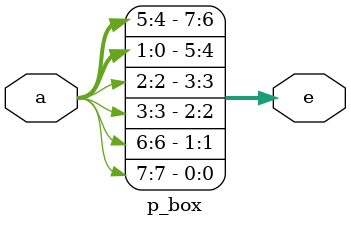
<source format=v>
module p_box(
 input wire [7:0]a,
 output wire [7:0]e
);

 assign e[7] = a[5];
 assign e[6] = a[4];
 assign e[5] = a[1];
 assign e[4] = a[0];
 assign e[3] = a[2];
 assign e[2] = a[3];
 assign e[1] = a[6];
 assign e[0] = a[7];
endmodule

</source>
